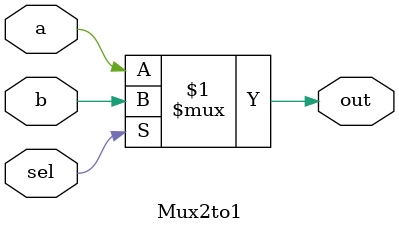
<source format=v>
module Mux2to1(
  input   a,
  input   b,
  input   sel,
  output  out
);
  assign out = sel ? b : a; // @[Mux2to1.scala 11:11]
endmodule

</source>
